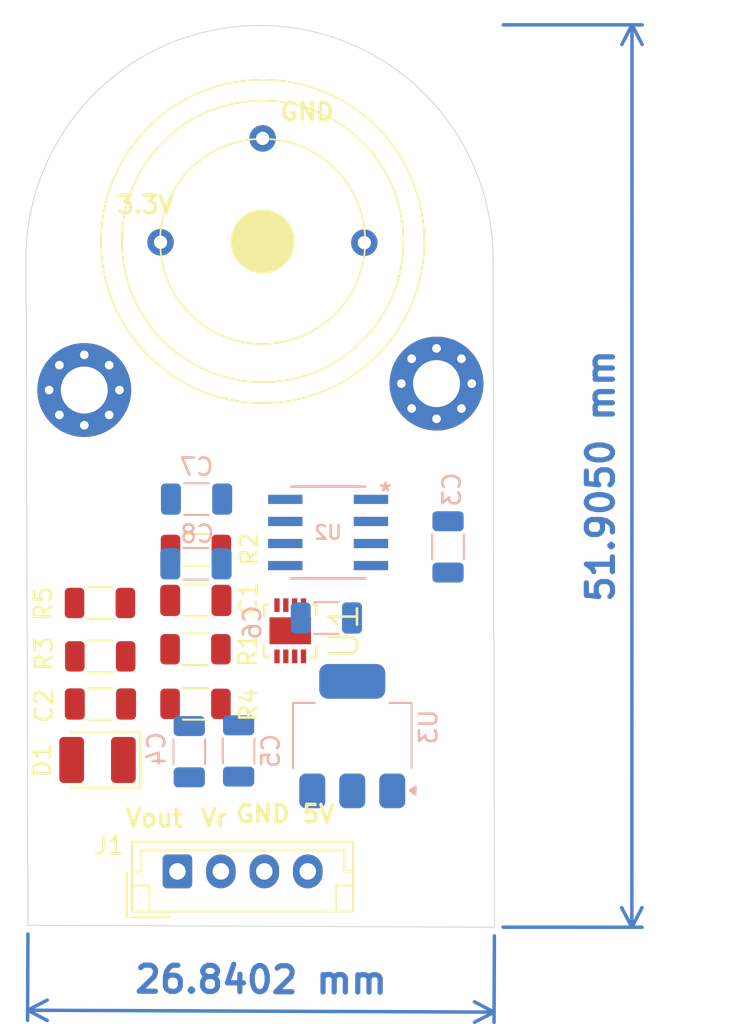
<source format=kicad_pcb>
(kicad_pcb (version 20240108) (generator "pcbnew") (generator_version "8.0")
  (layers (0 "F.Cu" signal) (31 "B.Cu" signal) (34 "B.Paste" user) (35 "F.Paste" user) (36 "B.SilkS" user "B.Silkscreen") (37 "F.SilkS" user "F.Silkscreen") (38 "B.Mask" user) (39 "F.Mask" user) (44 "Edge.Cuts" user))
  (net 0 "")
  (net 1 "Net-(U1-OUT_B)")
  (net 2 "Net-(U1--IN_B)")
  (net 3 "Net-(C2-Pad1)")
  (net 4 "Vout")
  (net 5 "Net-(U2-CAP-)")
  (net 6 "Net-(U2-CAP+)")
  (net 7 "GND")
  (net 8 "+5V")
  (net 9 "+3.3V")
  (net 10 "-5V")
  (net 11 "Vr")
  (net 12 "Net-(U1--IN_A)")
  (net 13 "Cathode")
  (footprint "Diode_SMD:D_1210_3225Metric_Pad1.42x2.65mm_HandSolder" (layer "F.Cu") (at 123.4325 100.87 180)
    (property "Reference" "D1" (at 3.1825 -0.03 -90) (layer "F.SilkS"))
    (property "Value" "D_TVS" (hide yes))
    (fp_line (start 1.6 -1.585) (end -2.46 -1.585) (stroke (width 0.12)) (layer "F.SilkS"))
    (fp_line (start -2.46 1.585) (end 1.6 1.585) (stroke (width 0.12)) (layer "F.SilkS"))
    (fp_line (start -2.46 -1.585) (end -2.46 1.585) (stroke (width 0.12)) (layer "F.SilkS"))
    (pad "1" smd roundrect (at -1.4875 0 180) (size 1.425 2.65) (layers "F.Cu" "F.Paste" "F.Mask") (roundrect_rratio 0.175439) (net 4 "Vout"))
    (pad "2" smd roundrect (at 1.4875 0 180) (size 1.425 2.65) (layers "F.Cu" "F.Paste" "F.Mask") (roundrect_rratio 0.175439) (net 7 "GND"))
  )
  (footprint "Resistor_SMD:R_1206_3216Metric" (layer "F.Cu") (at 129.07 94.5)
    (property "Reference" "R1" (at 3.01 0.04 90) (layer "F.SilkS"))
    (property "Value" "1k" (hide yes))
    (fp_line (start -0.727064 -0.91) (end 0.727064 -0.91) (stroke (width 0.12)) (layer "F.SilkS"))
    (fp_line (start -0.727064 0.91) (end 0.727064 0.91) (stroke (width 0.12)) (layer "F.SilkS"))
    (pad "1" smd roundrect (at -1.4625 0) (size 1.125 1.75) (layers "F.Cu" "F.Paste" "F.Mask") (roundrect_rratio 0.222222) (net 1 "Net-(U1-OUT_B)"))
    (pad "2" smd roundrect (at 1.4625 0) (size 1.125 1.75) (layers "F.Cu" "F.Paste" "F.Mask") (roundrect_rratio 0.222222) (net 2 "Net-(U1--IN_B)"))
  )
  (footprint "infrared:P16114-011MN" (layer "F.Cu") (at 132.86 63.04)
    (property "Reference" "U4" (hide yes))
    (property "Value" "P16114-011MN")
    (fp_circle (center 0.075 8) (end 1.864728 8) (stroke (width 0.1)) (fill solid) (layer "F.SilkS"))
    (fp_circle (center 0.075 8) (end 5.975 8) (stroke (width 0.1)) (fill none) (layer "F.SilkS"))
    (fp_circle (center 0.075 8) (end 8.175 8) (stroke (width 0.1)) (fill none) (layer "F.SilkS"))
    (fp_circle (center 0.075 8) (end 9.375 8) (stroke (width 0.1)) (fill none) (layer "F.SilkS"))
    (pad "1" thru_hole circle (at 5.925 8.075) (size 1.524 1.524) (drill 0.762) (layers "*.Cu" "*.Mask") (net 13 "Cathode"))
    (pad "2" thru_hole circle (at -5.8 8.05) (size 1.524 1.524) (drill 0.762) (layers "*.Cu" "*.Mask") (net 10 "-5V"))
    (pad "3" thru_hole circle (at 0.075 2.075) (size 1.524 1.524) (drill 0.762) (layers "*.Cu" "*.Mask") (net 7 "GND"))
  )
  (footprint "Resistor_SMD:R_1206_3216Metric" (layer "F.Cu") (at 123.5725 91.84 180)
    (property "Reference" "R3" (at 3.2225 -2.92 -90) (layer "F.SilkS"))
    (property "Value" "1k")
    (fp_line (start -0.727064 0.91) (end 0.727064 0.91) (stroke (width 0.12)) (layer "F.SilkS"))
    (fp_line (start -0.727064 -0.91) (end 0.727064 -0.91) (stroke (width 0.12)) (layer "F.SilkS"))
    (pad "1" smd roundrect (at -1.4625 0 180) (size 1.125 1.75) (layers "F.Cu" "F.Paste" "F.Mask") (roundrect_rratio 0.222222) (net 1 "Net-(U1-OUT_B)"))
    (pad "2" smd roundrect (at 1.4625 0 180) (size 1.125 1.75) (layers "F.Cu" "F.Paste" "F.Mask") (roundrect_rratio 0.222222) (net 12 "Net-(U1--IN_A)"))
  )
  (footprint "MountingHole:MountingHole_2.7mm_M2.5_Pad_Via" (layer "F.Cu") (at 122.67 79.59)
    (property "Reference" "H1" (hide yes))
    (property "Value" "MountingHole" (hide yes))
    (pad "1" thru_hole circle (at -2.025 0) (size 0.8 0.8) (drill 0.5) (layers "*.Cu" "*.Mask"))
    (pad "1" thru_hole circle (at -1.431891 -1.431891) (size 0.8 0.8) (drill 0.5) (layers "*.Cu" "*.Mask"))
    (pad "1" thru_hole circle (at -1.431891 1.431891) (size 0.8 0.8) (drill 0.5) (layers "*.Cu" "*.Mask"))
    (pad "1" thru_hole circle (at 0 -2.025) (size 0.8 0.8) (drill 0.5) (layers "*.Cu" "*.Mask"))
    (pad "1" thru_hole circle (at 0 0) (size 5.4 5.4) (drill 2.7) (layers "*.Cu" "*.Mask"))
    (pad "1" thru_hole circle (at 0 2.025) (size 0.8 0.8) (drill 0.5) (layers "*.Cu" "*.Mask"))
    (pad "1" thru_hole circle (at 1.431891 -1.431891) (size 0.8 0.8) (drill 0.5) (layers "*.Cu" "*.Mask"))
    (pad "1" thru_hole circle (at 1.431891 1.431891) (size 0.8 0.8) (drill 0.5) (layers "*.Cu" "*.Mask"))
    (pad "1" thru_hole circle (at 2.025 0) (size 0.8 0.8) (drill 0.5) (layers "*.Cu" "*.Mask"))
  )
  (footprint "Resistor_SMD:R_1206_3216Metric" (layer "F.Cu") (at 123.59 94.91)
    (property "Reference" "R5" (at -3.28 -3.03 90) (layer "F.SilkS"))
    (property "Value" "6.98k" (hide yes))
    (fp_line (start -0.727064 -0.91) (end 0.727064 -0.91) (stroke (width 0.12)) (layer "F.SilkS"))
    (fp_line (start -0.727064 0.91) (end 0.727064 0.91) (stroke (width 0.12)) (layer "F.SilkS"))
    (pad "1" smd roundrect (at -1.4625 0) (size 1.125 1.75) (layers "F.Cu" "F.Paste" "F.Mask") (roundrect_rratio 0.222222) (net 12 "Net-(U1--IN_A)"))
    (pad "2" smd roundrect (at 1.4625 0) (size 1.125 1.75) (layers "F.Cu" "F.Paste" "F.Mask") (roundrect_rratio 0.222222) (net 3 "Net-(C2-Pad1)"))
  )
  (footprint "LTC6244HVHDDPBF:DFN300X300X80-9N" (layer "F.Cu") (at 134.521411 93.438477 90)
    (property "Reference" "U1" (at -0.04 3.09 -90) (layer "F.SilkS") (effects (font (size 1.64 1.64))))
    (property "Value" "LTC6244HVHDDPBF" (hide yes))
    (fp_line (start 1.4986 -1.4986) (end 0.889 -1.4986) (stroke (width 0.1524)) (layer "F.SilkS"))
    (fp_line (start -0.889 -1.4986) (end -1.4986 -1.4986) (stroke (width 0.1524)) (layer "F.SilkS"))
    (fp_line (start -1.4986 -1.4986) (end -1.4986 -1.2446) (stroke (width 0.1524)) (layer "F.SilkS"))
    (fp_line (start 1.4986 -1.2446) (end 1.4986 -1.4986) (stroke (width 0.1524)) (layer "F.SilkS"))
    (fp_line (start -1.4986 1.2446) (end -1.4986 1.4986) (stroke (width 0.1524)) (layer "F.SilkS"))
    (fp_line (start 1.4986 1.4986) (end 1.4986 1.2446) (stroke (width 0.1524)) (layer "F.SilkS"))
    (fp_line (start 0.889 1.4986) (end 1.4986 1.4986) (stroke (width 0.1524)) (layer "F.SilkS"))
    (fp_line (start -1.4986 1.4986) (end -0.889 1.4986) (stroke (width 0.1524)) (layer "F.SilkS"))
    (pad "1" smd rect (at -1.4732 -0.762 90) (size 0.7874 0.3048) (layers "F.Cu" "F.Paste" "F.Mask") (net 4 "Vout"))
    (pad "2" smd rect (at -1.4732 -0.254 90) (size 0.7874 0.3048) (layers "F.Cu" "F.Paste" "F.Mask"))
    (pad "3" smd rect (at -1.4732 0.254 90) (size 0.7874 0.3048) (layers "F.Cu" "F.Paste" "F.Mask") (net 7 "GND"))
    (pad "4" smd rect (at -1.4732 0.762 90) (size 0.7874 0.3048) (layers "F.Cu" "F.Paste" "F.Mask") (net 10 "-5V"))
    (pad "5" smd rect (at 1.4732 0.762 90) (size 0.7874 0.3048) (layers "F.Cu" "F.Paste" "F.Mask"))
    (pad "6" smd rect (at 1.4732 0.254 90) (size 0.7874 0.3048) (layers "F.Cu" "F.Paste" "F.Mask"))
    (pad "7" smd rect (at 1.4732 -0.254 90) (size 0.7874 0.3048) (layers "F.Cu" "F.Paste" "F.Mask"))
    (pad "8" smd rect (at 1.4732 -0.762 90) (size 0.7874 0.3048) (layers "F.Cu" "F.Paste" "F.Mask") (net 8 "+5V"))
    (pad "9" smd rect (at 0 0 90) (size 1.5494 2.3876) (layers "F.Cu" "F.Paste" "F.Mask"))
  )
  (footprint "Capacitor_SMD:C_1206_3216Metric" (layer "F.Cu") (at 129.09 91.69)
    (property "Reference" "C1" (at 3.04 -0.1 -90) (layer "F.SilkS"))
    (property "Value" "56pf" (hide yes))
    (fp_line (start -0.711252 -0.91) (end 0.711252 -0.91) (stroke (width 0.12)) (layer "F.SilkS"))
    (fp_line (start -0.711252 0.91) (end 0.711252 0.91) (stroke (width 0.12)) (layer "F.SilkS"))
    (pad "1" smd roundrect (at -1.475 0) (size 1.15 1.8) (layers "F.Cu" "F.Paste" "F.Mask") (roundrect_rratio 0.217391) (net 1 "Net-(U1-OUT_B)"))
    (pad "2" smd roundrect (at 1.475 0) (size 1.15 1.8) (layers "F.Cu" "F.Paste" "F.Mask") (roundrect_rratio 0.217391) (net 2 "Net-(U1--IN_B)"))
  )
  (footprint "Resistor_SMD:R_1206_3216Metric" (layer "F.Cu") (at 129.096411 88.783477 180)
    (property "Reference" "R2" (at -3.063589 0.033477 -90) (layer "F.SilkS"))
    (property "Value" "499ohm" (hide yes))
    (fp_line (start -0.727064 0.91) (end 0.727064 0.91) (stroke (width 0.12)) (layer "F.SilkS"))
    (fp_line (start -0.727064 -0.91) (end 0.727064 -0.91) (stroke (width 0.12)) (layer "F.SilkS"))
    (pad "1" smd roundrect (at -1.4625 0 180) (size 1.125 1.75) (layers "F.Cu" "F.Paste" "F.Mask") (roundrect_rratio 0.222222) (net 2 "Net-(U1--IN_B)"))
    (pad "2" smd roundrect (at 1.4625 0 180) (size 1.125 1.75) (layers "F.Cu" "F.Paste" "F.Mask") (roundrect_rratio 0.222222) (net 7 "GND"))
  )
  (footprint "MountingHole:MountingHole_2.7mm_M2.5_Pad_Via" (layer "F.Cu") (at 142.94 79.22)
    (property "Reference" "H2" (hide yes))
    (property "Value" "MountingHole" (hide yes))
    (pad "1" thru_hole circle (at -2.025 0) (size 0.8 0.8) (drill 0.5) (layers "*.Cu" "*.Mask"))
    (pad "1" thru_hole circle (at -1.431891 -1.431891) (size 0.8 0.8) (drill 0.5) (layers "*.Cu" "*.Mask"))
    (pad "1" thru_hole circle (at -1.431891 1.431891) (size 0.8 0.8) (drill 0.5) (layers "*.Cu" "*.Mask"))
    (pad "1" thru_hole circle (at 0 -2.025) (size 0.8 0.8) (drill 0.5) (layers "*.Cu" "*.Mask"))
    (pad "1" thru_hole circle (at 0 0) (size 5.4 5.4) (drill 2.7) (layers "*.Cu" "*.Mask"))
    (pad "1" thru_hole circle (at 0 2.025) (size 0.8 0.8) (drill 0.5) (layers "*.Cu" "*.Mask"))
    (pad "1" thru_hole circle (at 1.431891 -1.431891) (size 0.8 0.8) (drill 0.5) (layers "*.Cu" "*.Mask"))
    (pad "1" thru_hole circle (at 1.431891 1.431891) (size 0.8 0.8) (drill 0.5) (layers "*.Cu" "*.Mask"))
    (pad "1" thru_hole circle (at 2.025 0) (size 0.8 0.8) (drill 0.5) (layers "*.Cu" "*.Mask"))
  )
  (footprint "Resistor_SMD:R_1206_3216Metric" (layer "F.Cu") (at 129.07 97.64 180)
    (property "Reference" "R4" (at -3.06 -0.05 90) (layer "F.SilkS"))
    (property "Value" "1M" (hide yes))
    (fp_line (start -0.727064 0.91) (end 0.727064 0.91) (stroke (width 0.12)) (layer "F.SilkS"))
    (fp_line (start -0.727064 -0.91) (end 0.727064 -0.91) (stroke (width 0.12)) (layer "F.SilkS"))
    (pad "1" smd roundrect (at -1.4625 0 180) (size 1.125 1.75) (layers "F.Cu" "F.Paste" "F.Mask") (roundrect_rratio 0.222222) (net 13 "Cathode"))
    (pad "2" smd roundrect (at 1.4625 0 180) (size 1.125 1.75) (layers "F.Cu" "F.Paste" "F.Mask") (roundrect_rratio 0.222222) (net 4 "Vout"))
  )
  (footprint "Connector_JST:JST_EH_B4B-EH-A_1x04_P2.50mm_Vertical" (layer "F.Cu") (at 128.03 107.28)
    (property "Reference" "J1" (at -3.93 -1.49 0) (layer "F.SilkS"))
    (property "Value" "Conn_01x04" (hide yes))
    (fp_line (start -2.91 0.11) (end -2.91 2.61) (stroke (width 0.12)) (layer "F.SilkS"))
    (fp_line (start -2.91 2.61) (end -0.41 2.61) (stroke (width 0.12)) (layer "F.SilkS"))
    (fp_line (start -2.61 -1.71) (end -2.61 2.31) (stroke (width 0.12)) (layer "F.SilkS"))
    (fp_line (start -2.61 0) (end -2.11 0) (stroke (width 0.12)) (layer "F.SilkS"))
    (fp_line (start -2.61 0.81) (end -1.61 0.81) (stroke (width 0.12)) (layer "F.SilkS"))
    (fp_line (start -2.61 2.31) (end 10.11 2.31) (stroke (width 0.12)) (layer "F.SilkS"))
    (fp_line (start -2.11 -1.21) (end 9.61 -1.21) (stroke (width 0.12)) (layer "F.SilkS"))
    (fp_line (start -2.11 0) (end -2.11 -1.21) (stroke (width 0.12)) (layer "F.SilkS"))
    (fp_line (start -1.61 0.81) (end -1.61 2.31) (stroke (width 0.12)) (layer "F.SilkS"))
    (fp_line (start 9.11 0.81) (end 9.11 2.31) (stroke (width 0.12)) (layer "F.SilkS"))
    (fp_line (start 9.61 -1.21) (end 9.61 0) (stroke (width 0.12)) (layer "F.SilkS"))
    (fp_line (start 9.61 0) (end 10.11 0) (stroke (width 0.12)) (layer "F.SilkS"))
    (fp_line (start 10.11 -1.71) (end -2.61 -1.71) (stroke (width 0.12)) (layer "F.SilkS"))
    (fp_line (start 10.11 0.81) (end 9.11 0.81) (stroke (width 0.12)) (layer "F.SilkS"))
    (fp_line (start 10.11 2.31) (end 10.11 -1.71) (stroke (width 0.12)) (layer "F.SilkS"))
    (pad "1" thru_hole roundrect (at 0 0) (size 1.7 1.95) (drill 0.95) (layers "*.Cu" "*.Mask") (roundrect_rratio 0.147059) (net 4 "Vout"))
    (pad "2" thru_hole oval (at 2.5 0) (size 1.7 1.95) (drill 0.95) (layers "*.Cu" "*.Mask") (net 11 "Vr"))
    (pad "3" thru_hole oval (at 5 0) (size 1.7 1.95) (drill 0.95) (layers "*.Cu" "*.Mask") (net 7 "GND"))
    (pad "4" thru_hole oval (at 7.5 0) (size 1.7 1.95) (drill 0.95) (layers "*.Cu" "*.Mask") (net 8 "+5V"))
  )
  (footprint "Capacitor_SMD:C_1206_3216Metric" (layer "F.Cu") (at 123.6 97.65)
    (property "Reference" "C2" (at -3.25 0.11 90) (layer "F.SilkS"))
    (property "Value" "150pf" (hide yes))
    (fp_line (start -0.711252 -0.91) (end 0.711252 -0.91) (stroke (width 0.12)) (layer "F.SilkS"))
    (fp_line (start -0.711252 0.91) (end 0.711252 0.91) (stroke (width 0.12)) (layer "F.SilkS"))
    (pad "1" smd roundrect (at -1.475 0) (size 1.15 1.8) (layers "F.Cu" "F.Paste" "F.Mask") (roundrect_rratio 0.217391) (net 3 "Net-(C2-Pad1)"))
    (pad "2" smd roundrect (at 1.475 0) (size 1.15 1.8) (layers "F.Cu" "F.Paste" "F.Mask") (roundrect_rratio 0.217391) (net 4 "Vout"))
  )
  (footprint "Package_TO_SOT_SMD:SOT-223-3_TabPin2" (layer "B.Cu") (at 138.091411 99.498477 90)
    (property "Reference" "U3" (at 0.529 4.38 -90) (layer "B.SilkS") (effects (justify mirror)))
    (property "Value" "AMS1117-3.3" (hide yes))
    (fp_line (start 1.91 -3.41) (end -1.85 -3.41) (stroke (width 0.12)) (layer "B.SilkS"))
    (fp_line (start 1.91 -2.15) (end 1.91 -3.41) (stroke (width 0.12)) (layer "B.SilkS"))
    (fp_line (start 1.91 2.15) (end 1.91 3.41) (stroke (width 0.12)) (layer "B.SilkS"))
    (fp_line (start 1.91 3.41) (end -1.85 3.41) (stroke (width 0.12)) (layer "B.SilkS"))
    (fp_poly (pts (xy -3.13 3.31) (xy -3.37 3.64) (xy -2.89 3.64) (xy -3.13 3.31)) (stroke (width 0.12)) (fill solid) (layer "B.SilkS"))
    (pad "1" smd roundrect (at -3.15 2.3 90) (size 2 1.5) (layers "B.Cu" "B.Paste" "B.Mask") (net 7 "GND"))
    (pad "2" smd roundrect (at -3.15 0 90) (size 2 1.5) (layers "B.Cu" "B.Paste" "B.Mask") (net 9 "+3.3V"))
    (pad "2" smd roundrect (at 3.15 0 90) (size 2 3.8) (layers "B.Cu" "B.Paste" "B.Mask") (net 9 "+3.3V"))
    (pad "3" smd roundrect (at -3.15 -2.3 90) (size 2 1.5) (layers "B.Cu" "B.Paste" "B.Mask") (net 8 "+5V"))
  )
  (footprint "LT1054IS8:SO-8_S" (layer "B.Cu") (at 136.701411 87.783477 180)
    (property "Reference" "U2" (at 0 0 180) (layer "B.SilkS") (effects (font (size 0.787402 0.787402)) (justify mirror)))
    (property "Value" "LT1054IS8")
    (fp_line (start 2.1336 -2.6416) (end -2.1336 -2.6416) (stroke (width 0.1524)) (layer "B.SilkS"))
    (fp_line (start -2.1336 2.6416) (end 2.1336 2.6416) (stroke (width 0.1524)) (layer "B.SilkS"))
    (fp_text user "*" (at -3.302 2.3114 180) (layer "B.SilkS") (effects (justify mirror)))
    (pad "1" smd rect (at -2.4638 1.905 180) (size 1.9812 0.5334) (layers "B.Cu" "B.Paste" "B.Mask"))
    (pad "2" smd rect (at -2.4638 0.635 180) (size 1.9812 0.5334) (layers "B.Cu" "B.Paste" "B.Mask") (net 6 "Net-(U2-CAP+)"))
    (pad "3" smd rect (at -2.4638 -0.635 180) (size 1.9812 0.5334) (layers "B.Cu" "B.Paste" "B.Mask") (net 7 "GND"))
    (pad "4" smd rect (at -2.4638 -1.905 180) (size 1.9812 0.5334) (layers "B.Cu" "B.Paste" "B.Mask") (net 5 "Net-(U2-CAP-)"))
    (pad "5" smd rect (at 2.4638 -1.905 180) (size 1.9812 0.5334) (layers "B.Cu" "B.Paste" "B.Mask") (net 10 "-5V"))
    (pad "6" smd rect (at 2.4638 -0.635 180) (size 1.9812 0.5334) (layers "B.Cu" "B.Paste" "B.Mask"))
    (pad "7" smd rect (at 2.4638 0.635 180) (size 1.9812 0.5334) (layers "B.Cu" "B.Paste" "B.Mask"))
    (pad "8" smd rect (at 2.4638 1.905 180) (size 1.9812 0.5334) (layers "B.Cu" "B.Paste" "B.Mask") (net 8 "+5V"))
  )
  (footprint "Capacitor_SMD:C_1206_3216Metric" (layer "B.Cu") (at 131.551411 100.350977 90)
    (property "Reference" "C5" (at 0 1.85 -90) (layer "B.SilkS") (effects (justify mirror)))
    (property "Value" "100nf")
    (fp_line (start 0.711252 -0.91) (end -0.711252 -0.91) (stroke (width 0.12)) (layer "B.SilkS"))
    (fp_line (start 0.711252 0.91) (end -0.711252 0.91) (stroke (width 0.12)) (layer "B.SilkS"))
    (pad "1" smd roundrect (at -1.475 0 90) (size 1.15 1.8) (layers "B.Cu" "B.Paste" "B.Mask") (roundrect_rratio 0.217391) (net 8 "+5V"))
    (pad "2" smd roundrect (at 1.475 0 90) (size 1.15 1.8) (layers "B.Cu" "B.Paste" "B.Mask") (roundrect_rratio 0.217391) (net 7 "GND"))
  )
  (footprint "Capacitor_SMD:C_1206_3216Metric" (layer "B.Cu") (at 136.601411 92.703477 180)
    (property "Reference" "C6" (at 4.261411 -0.256523 -90) (layer "B.SilkS") (effects (justify mirror)))
    (property "Value" "1uf")
    (fp_line (start 0.711252 0.91) (end -0.711252 0.91) (stroke (width 0.12)) (layer "B.SilkS"))
    (fp_line (start 0.711252 -0.91) (end -0.711252 -0.91) (stroke (width 0.12)) (layer "B.SilkS"))
    (pad "1" smd roundrect (at -1.475 0 180) (size 1.15 1.8) (layers "B.Cu" "B.Paste" "B.Mask") (roundrect_rratio 0.217391) (net 9 "+3.3V"))
    (pad "2" smd roundrect (at 1.475 0 180) (size 1.15 1.8) (layers "B.Cu" "B.Paste" "B.Mask") (roundrect_rratio 0.217391) (net 7 "GND"))
  )
  (footprint "Capacitor_SMD:C_1206_3216Metric" (layer "B.Cu") (at 143.601411 88.613477 -90)
    (property "Reference" "C3" (at -3.3 -0.22 90) (layer "B.SilkS") (effects (justify mirror)))
    (property "Value" "100uf")
    (fp_line (start 0.711252 0.91) (end -0.711252 0.91) (stroke (width 0.12)) (layer "B.SilkS"))
    (fp_line (start 0.711252 -0.91) (end -0.711252 -0.91) (stroke (width 0.12)) (layer "B.SilkS"))
    (pad "1" smd roundrect (at -1.475 0 270) (size 1.15 1.8) (layers "B.Cu" "B.Paste" "B.Mask") (roundrect_rratio 0.217391) (net 6 "Net-(U2-CAP+)"))
    (pad "2" smd roundrect (at 1.475 0 270) (size 1.15 1.8) (layers "B.Cu" "B.Paste" "B.Mask") (roundrect_rratio 0.217391) (net 5 "Net-(U2-CAP-)"))
  )
  (footprint "Capacitor_SMD:C_1206_3216Metric" (layer "B.Cu") (at 128.711411 100.393477 90)
    (property "Reference" "C4" (at 0.16 -1.89 -90) (layer "B.SilkS") (effects (justify mirror)))
    (property "Value" "1uf")
    (fp_line (start 0.711252 -0.91) (end -0.711252 -0.91) (stroke (width 0.12)) (layer "B.SilkS"))
    (fp_line (start 0.711252 0.91) (end -0.711252 0.91) (stroke (width 0.12)) (layer "B.SilkS"))
    (pad "1" smd roundrect (at -1.475 0 90) (size 1.15 1.8) (layers "B.Cu" "B.Paste" "B.Mask") (roundrect_rratio 0.217391) (net 8 "+5V"))
    (pad "2" smd roundrect (at 1.475 0 90) (size 1.15 1.8) (layers "B.Cu" "B.Paste" "B.Mask") (roundrect_rratio 0.217391) (net 7 "GND"))
  )
  (footprint "Capacitor_SMD:C_1206_3216Metric" (layer "B.Cu") (at 129.131411 85.863477 180)
    (property "Reference" "C7" (at 0 1.85 180) (layer "B.SilkS") (effects (justify mirror)))
    (property "Value" "2uf")
    (fp_line (start 0.711252 0.91) (end -0.711252 0.91) (stroke (width 0.12)) (layer "B.SilkS"))
    (fp_line (start 0.711252 -0.91) (end -0.711252 -0.91) (stroke (width 0.12)) (layer "B.SilkS"))
    (pad "1" smd roundrect (at -1.475 0 180) (size 1.15 1.8) (layers "B.Cu" "B.Paste" "B.Mask") (roundrect_rratio 0.217391) (net 8 "+5V"))
    (pad "2" smd roundrect (at 1.475 0 180) (size 1.15 1.8) (layers "B.Cu" "B.Paste" "B.Mask") (roundrect_rratio 0.217391) (net 7 "GND"))
  )
  (footprint "Capacitor_SMD:C_1206_3216Metric" (layer "B.Cu") (at 129.096411 89.583477)
    (property "Reference" "C8" (at 0.073589 -1.713477 0) (layer "B.SilkS") (effects (justify mirror)))
    (property "Value" "100uf")
    (fp_line (start 0.711252 -0.91) (end -0.711252 -0.91) (stroke (width 0.12)) (layer "B.SilkS"))
    (fp_line (start 0.711252 0.91) (end -0.711252 0.91) (stroke (width 0.12)) (layer "B.SilkS"))
    (pad "1" smd roundrect (at -1.475 0) (size 1.15 1.8) (layers "B.Cu" "B.Paste" "B.Mask") (roundrect_rratio 0.217391) (net 7 "GND"))
    (pad "2" smd roundrect (at 1.475 0) (size 1.15 1.8) (layers "B.Cu" "B.Paste" "B.Mask") (roundrect_rratio 0.217391) (net 10 "-5V"))
  )
  (gr_line (start 146.271411 110.488477) (end 146.19141 71.993477) (stroke (width 0.05)) (layer "Edge.Cuts"))
  (gr_line (start 119.431411 110.378477) (end 146.271411 110.488477) (stroke (width 0.05)) (layer "Edge.Cuts"))
  (gr_line (start 119.31822 71.96996) (end 119.431411 110.378477) (stroke (width 0.05)) (layer "Edge.Cuts"))
  (gr_arc (start 119.31822 71.96996) (mid 132.766516 58.611712) (end 146.19141 71.993477) (stroke (width 0.05)) (layer "Edge.Cuts"))
  (gr_text "GND" (at 133.835411 64.171477 0) (layer "F.SilkS") (effects (font (size 1 1) (thickness 0.2) (bold yes)) (justify left bottom)))
  (gr_text "5V" (at 135.105411 104.557477 0) (layer "F.SilkS") (effects (font (size 1 1) (thickness 0.2) (bold yes)) (justify left bottom)))
  (gr_text "Vr" (at 129.263411 104.811477 0) (layer "F.SilkS") (effects (font (size 1 1) (thickness 0.2) (bold yes)) (justify left bottom)))
  (gr_text "Vout" (at 124.945411 104.811477 0) (layer "F.SilkS") (effects (font (size 1 1) (thickness 0.2) (bold yes)) (justify left bottom)))
  (gr_text "GND" (at 131.295411 104.557477 0) (layer "F.SilkS") (effects (font (size 1 1) (thickness 0.2) (bold yes)) (justify left bottom)))
  (gr_text "3.3V" (at 124.437411 69.505477 0) (layer "F.SilkS") (effects (font (size 1 1) (thickness 0.2) (bold yes)) (justify left bottom)))
  (dimension (type aligned) (layer "B.Cu") (pts (xy 119.431411 110.378477) (xy 146.271411 110.488477)) (height 4.885982) (gr_text "26.8402 mm" (at 132.838764 113.519433 359.7651825) (layer "B.Cu") (effects (font (size 1.5 1.5) (thickness 0.3)))) (format (prefix "") (suffix "") (units 3) (units_format 1) (precision 4)) (style (thickness 0.2) (arrow_length 1.27) (text_position_mode 0) (extension_height 0.58642) (extension_offset 0.5) keep_text_aligned))
  (dimension (type aligned) (layer "B.Cu") (pts (xy 146.271411 110.488477) (xy 146.281411 58.583477)) (height 7.906589) (gr_text "51.9050 mm" (at 152.383 84.537153 89.98896141) (layer "B.Cu") (effects (font (size 1.5 1.5) (thickness 0.3)))) (format (prefix "") (suffix "") (units 3) (units_format 1) (precision 4)) (style (thickness 0.2) (arrow_length 1.27) (text_position_mode 0) (extension_height 0.58642) (extension_offset 0.5) keep_text_aligned))
)
</source>
